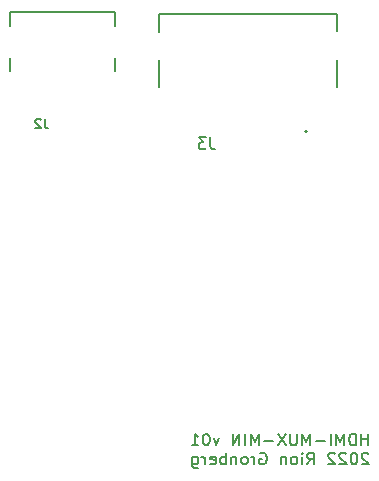
<source format=gbr>
%TF.GenerationSoftware,KiCad,Pcbnew,(6.0.10-0)*%
%TF.CreationDate,2022-12-29T22:01:02-08:00*%
%TF.ProjectId,HDMI-MUX,48444d49-2d4d-4555-982e-6b696361645f,rev?*%
%TF.SameCoordinates,Original*%
%TF.FileFunction,Legend,Bot*%
%TF.FilePolarity,Positive*%
%FSLAX46Y46*%
G04 Gerber Fmt 4.6, Leading zero omitted, Abs format (unit mm)*
G04 Created by KiCad (PCBNEW (6.0.10-0)) date 2022-12-29 22:01:02*
%MOMM*%
%LPD*%
G01*
G04 APERTURE LIST*
%ADD10C,0.200000*%
%ADD11C,0.150000*%
%ADD12C,0.127000*%
G04 APERTURE END LIST*
D10*
X53934380Y-55400380D02*
X53934380Y-54400380D01*
X53934380Y-54876571D02*
X53362952Y-54876571D01*
X53362952Y-55400380D02*
X53362952Y-54400380D01*
X52886761Y-55400380D02*
X52886761Y-54400380D01*
X52648666Y-54400380D01*
X52505809Y-54448000D01*
X52410571Y-54543238D01*
X52362952Y-54638476D01*
X52315333Y-54828952D01*
X52315333Y-54971809D01*
X52362952Y-55162285D01*
X52410571Y-55257523D01*
X52505809Y-55352761D01*
X52648666Y-55400380D01*
X52886761Y-55400380D01*
X51886761Y-55400380D02*
X51886761Y-54400380D01*
X51553428Y-55114666D01*
X51220095Y-54400380D01*
X51220095Y-55400380D01*
X50743904Y-55400380D02*
X50743904Y-54400380D01*
X50267714Y-55019428D02*
X49505809Y-55019428D01*
X49029619Y-55400380D02*
X49029619Y-54400380D01*
X48696285Y-55114666D01*
X48362952Y-54400380D01*
X48362952Y-55400380D01*
X47886761Y-54400380D02*
X47886761Y-55209904D01*
X47839142Y-55305142D01*
X47791523Y-55352761D01*
X47696285Y-55400380D01*
X47505809Y-55400380D01*
X47410571Y-55352761D01*
X47362952Y-55305142D01*
X47315333Y-55209904D01*
X47315333Y-54400380D01*
X46934380Y-54400380D02*
X46267714Y-55400380D01*
X46267714Y-54400380D02*
X46934380Y-55400380D01*
X45886761Y-55019428D02*
X45124857Y-55019428D01*
X44648666Y-55400380D02*
X44648666Y-54400380D01*
X44315333Y-55114666D01*
X43982000Y-54400380D01*
X43982000Y-55400380D01*
X43505809Y-55400380D02*
X43505809Y-54400380D01*
X43029619Y-55400380D02*
X43029619Y-54400380D01*
X42458190Y-55400380D01*
X42458190Y-54400380D01*
X41315333Y-54733714D02*
X41077238Y-55400380D01*
X40839142Y-54733714D01*
X40267714Y-54400380D02*
X40172476Y-54400380D01*
X40077238Y-54448000D01*
X40029619Y-54495619D01*
X39982000Y-54590857D01*
X39934380Y-54781333D01*
X39934380Y-55019428D01*
X39982000Y-55209904D01*
X40029619Y-55305142D01*
X40077238Y-55352761D01*
X40172476Y-55400380D01*
X40267714Y-55400380D01*
X40362952Y-55352761D01*
X40410571Y-55305142D01*
X40458190Y-55209904D01*
X40505809Y-55019428D01*
X40505809Y-54781333D01*
X40458190Y-54590857D01*
X40410571Y-54495619D01*
X40362952Y-54448000D01*
X40267714Y-54400380D01*
X38982000Y-55400380D02*
X39553428Y-55400380D01*
X39267714Y-55400380D02*
X39267714Y-54400380D01*
X39362952Y-54543238D01*
X39458190Y-54638476D01*
X39553428Y-54686095D01*
X53958190Y-56105619D02*
X53910571Y-56058000D01*
X53815333Y-56010380D01*
X53577238Y-56010380D01*
X53482000Y-56058000D01*
X53434380Y-56105619D01*
X53386761Y-56200857D01*
X53386761Y-56296095D01*
X53434380Y-56438952D01*
X54005809Y-57010380D01*
X53386761Y-57010380D01*
X52767714Y-56010380D02*
X52672476Y-56010380D01*
X52577238Y-56058000D01*
X52529619Y-56105619D01*
X52482000Y-56200857D01*
X52434380Y-56391333D01*
X52434380Y-56629428D01*
X52482000Y-56819904D01*
X52529619Y-56915142D01*
X52577238Y-56962761D01*
X52672476Y-57010380D01*
X52767714Y-57010380D01*
X52862952Y-56962761D01*
X52910571Y-56915142D01*
X52958190Y-56819904D01*
X53005809Y-56629428D01*
X53005809Y-56391333D01*
X52958190Y-56200857D01*
X52910571Y-56105619D01*
X52862952Y-56058000D01*
X52767714Y-56010380D01*
X52053428Y-56105619D02*
X52005809Y-56058000D01*
X51910571Y-56010380D01*
X51672476Y-56010380D01*
X51577238Y-56058000D01*
X51529619Y-56105619D01*
X51482000Y-56200857D01*
X51482000Y-56296095D01*
X51529619Y-56438952D01*
X52101047Y-57010380D01*
X51482000Y-57010380D01*
X51101047Y-56105619D02*
X51053428Y-56058000D01*
X50958190Y-56010380D01*
X50720095Y-56010380D01*
X50624857Y-56058000D01*
X50577238Y-56105619D01*
X50529619Y-56200857D01*
X50529619Y-56296095D01*
X50577238Y-56438952D01*
X51148666Y-57010380D01*
X50529619Y-57010380D01*
X48767714Y-57010380D02*
X49101047Y-56534190D01*
X49339142Y-57010380D02*
X49339142Y-56010380D01*
X48958190Y-56010380D01*
X48862952Y-56058000D01*
X48815333Y-56105619D01*
X48767714Y-56200857D01*
X48767714Y-56343714D01*
X48815333Y-56438952D01*
X48862952Y-56486571D01*
X48958190Y-56534190D01*
X49339142Y-56534190D01*
X48339142Y-57010380D02*
X48339142Y-56343714D01*
X48339142Y-56010380D02*
X48386761Y-56058000D01*
X48339142Y-56105619D01*
X48291523Y-56058000D01*
X48339142Y-56010380D01*
X48339142Y-56105619D01*
X47720095Y-57010380D02*
X47815333Y-56962761D01*
X47862952Y-56915142D01*
X47910571Y-56819904D01*
X47910571Y-56534190D01*
X47862952Y-56438952D01*
X47815333Y-56391333D01*
X47720095Y-56343714D01*
X47577238Y-56343714D01*
X47482000Y-56391333D01*
X47434380Y-56438952D01*
X47386761Y-56534190D01*
X47386761Y-56819904D01*
X47434380Y-56915142D01*
X47482000Y-56962761D01*
X47577238Y-57010380D01*
X47720095Y-57010380D01*
X46958190Y-56343714D02*
X46958190Y-57010380D01*
X46958190Y-56438952D02*
X46910571Y-56391333D01*
X46815333Y-56343714D01*
X46672476Y-56343714D01*
X46577238Y-56391333D01*
X46529619Y-56486571D01*
X46529619Y-57010380D01*
X44767714Y-56058000D02*
X44862952Y-56010380D01*
X45005809Y-56010380D01*
X45148666Y-56058000D01*
X45243904Y-56153238D01*
X45291523Y-56248476D01*
X45339142Y-56438952D01*
X45339142Y-56581809D01*
X45291523Y-56772285D01*
X45243904Y-56867523D01*
X45148666Y-56962761D01*
X45005809Y-57010380D01*
X44910571Y-57010380D01*
X44767714Y-56962761D01*
X44720095Y-56915142D01*
X44720095Y-56581809D01*
X44910571Y-56581809D01*
X44291523Y-57010380D02*
X44291523Y-56343714D01*
X44291523Y-56534190D02*
X44243904Y-56438952D01*
X44196285Y-56391333D01*
X44101047Y-56343714D01*
X44005809Y-56343714D01*
X43529619Y-57010380D02*
X43624857Y-56962761D01*
X43672476Y-56915142D01*
X43720095Y-56819904D01*
X43720095Y-56534190D01*
X43672476Y-56438952D01*
X43624857Y-56391333D01*
X43529619Y-56343714D01*
X43386761Y-56343714D01*
X43291523Y-56391333D01*
X43243904Y-56438952D01*
X43196285Y-56534190D01*
X43196285Y-56819904D01*
X43243904Y-56915142D01*
X43291523Y-56962761D01*
X43386761Y-57010380D01*
X43529619Y-57010380D01*
X42767714Y-56343714D02*
X42767714Y-57010380D01*
X42767714Y-56438952D02*
X42720095Y-56391333D01*
X42624857Y-56343714D01*
X42482000Y-56343714D01*
X42386761Y-56391333D01*
X42339142Y-56486571D01*
X42339142Y-57010380D01*
X41862952Y-57010380D02*
X41862952Y-56010380D01*
X41862952Y-56391333D02*
X41767714Y-56343714D01*
X41577238Y-56343714D01*
X41482000Y-56391333D01*
X41434380Y-56438952D01*
X41386761Y-56534190D01*
X41386761Y-56819904D01*
X41434380Y-56915142D01*
X41482000Y-56962761D01*
X41577238Y-57010380D01*
X41767714Y-57010380D01*
X41862952Y-56962761D01*
X40577238Y-56962761D02*
X40672476Y-57010380D01*
X40862952Y-57010380D01*
X40958190Y-56962761D01*
X41005809Y-56867523D01*
X41005809Y-56486571D01*
X40958190Y-56391333D01*
X40862952Y-56343714D01*
X40672476Y-56343714D01*
X40577238Y-56391333D01*
X40529619Y-56486571D01*
X40529619Y-56581809D01*
X41005809Y-56677047D01*
X40101047Y-57010380D02*
X40101047Y-56343714D01*
X40101047Y-56534190D02*
X40053428Y-56438952D01*
X40005809Y-56391333D01*
X39910571Y-56343714D01*
X39815333Y-56343714D01*
X39053428Y-56343714D02*
X39053428Y-57153238D01*
X39101047Y-57248476D01*
X39148666Y-57296095D01*
X39243904Y-57343714D01*
X39386761Y-57343714D01*
X39482000Y-57296095D01*
X39053428Y-56962761D02*
X39148666Y-57010380D01*
X39339142Y-57010380D01*
X39434380Y-56962761D01*
X39482000Y-56915142D01*
X39529619Y-56819904D01*
X39529619Y-56534190D01*
X39482000Y-56438952D01*
X39434380Y-56391333D01*
X39339142Y-56343714D01*
X39148666Y-56343714D01*
X39053428Y-56391333D01*
D11*
%TO.C,J2*%
X26529717Y-27770053D02*
X26529717Y-28332483D01*
X26567212Y-28444969D01*
X26642203Y-28519960D01*
X26754689Y-28557455D01*
X26829680Y-28557455D01*
X26192259Y-27845044D02*
X26154764Y-27807549D01*
X26079773Y-27770053D01*
X25892296Y-27770053D01*
X25817306Y-27807549D01*
X25779810Y-27845044D01*
X25742315Y-27920035D01*
X25742315Y-27995025D01*
X25779810Y-28107511D01*
X26229754Y-28557455D01*
X25742315Y-28557455D01*
%TO.C,J3*%
X40577083Y-29327880D02*
X40577083Y-30042166D01*
X40624702Y-30185023D01*
X40719940Y-30280261D01*
X40862797Y-30327880D01*
X40958035Y-30327880D01*
X40196130Y-29327880D02*
X39577083Y-29327880D01*
X39910416Y-29708833D01*
X39767559Y-29708833D01*
X39672321Y-29756452D01*
X39624702Y-29804071D01*
X39577083Y-29899309D01*
X39577083Y-30137404D01*
X39624702Y-30232642D01*
X39672321Y-30280261D01*
X39767559Y-30327880D01*
X40053273Y-30327880D01*
X40148511Y-30280261D01*
X40196130Y-30232642D01*
D12*
%TO.C,J2*%
X32527250Y-18681250D02*
X32527250Y-19931250D01*
X23587250Y-22631250D02*
X23587250Y-23731250D01*
X23587250Y-18681250D02*
X23587250Y-19931250D01*
X23587250Y-18681250D02*
X32527250Y-18681250D01*
X32527250Y-22631250D02*
X32527250Y-23731250D01*
%TO.C,J3*%
X36258750Y-25070500D02*
X36258750Y-22810500D01*
X51258750Y-25070500D02*
X51258750Y-22810500D01*
X36258750Y-18890500D02*
X51258750Y-18890500D01*
X51258750Y-18890500D02*
X51258750Y-20290500D01*
X36258750Y-20390500D02*
X36258750Y-18890500D01*
D10*
X48758750Y-28840500D02*
G75*
G03*
X48758750Y-28840500I-100000J0D01*
G01*
%TD*%
M02*

</source>
